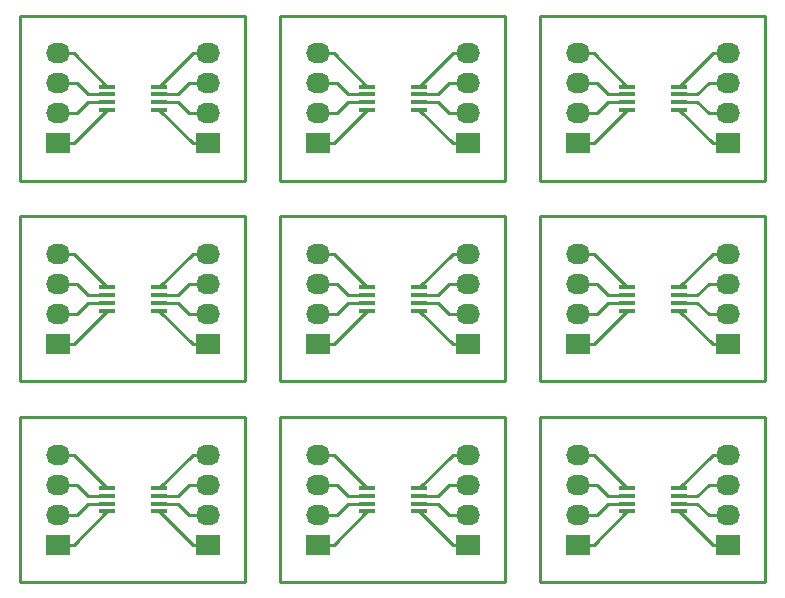
<source format=gbr>
G04 #@! TF.FileFunction,Copper,L2,Bot,Signal*
%FSLAX46Y46*%
G04 Gerber Fmt 4.6, Leading zero omitted, Abs format (unit mm)*
G04 Created by KiCad (PCBNEW (2015-06-03 BZR 5697)-product) date 2015 June 05, Friday 23:17:40*
%MOMM*%
G01*
G04 APERTURE LIST*
%ADD10C,0.100000*%
%ADD11R,1.450000X0.450000*%
%ADD12R,2.032000X1.727200*%
%ADD13O,2.032000X1.727200*%
%ADD14C,0.250000*%
G04 APERTURE END LIST*
D10*
D11*
X190453500Y-140385000D03*
X190453500Y-139735000D03*
X190453500Y-139085000D03*
X190453500Y-138435000D03*
X194853500Y-138435000D03*
X194853500Y-139085000D03*
X194853500Y-139735000D03*
X194853500Y-140385000D03*
X168453500Y-140385000D03*
X168453500Y-139735000D03*
X168453500Y-139085000D03*
X168453500Y-138435000D03*
X172853500Y-138435000D03*
X172853500Y-139085000D03*
X172853500Y-139735000D03*
X172853500Y-140385000D03*
X146453500Y-140385000D03*
X146453500Y-139735000D03*
X146453500Y-139085000D03*
X146453500Y-138435000D03*
X150853500Y-138435000D03*
X150853500Y-139085000D03*
X150853500Y-139735000D03*
X150853500Y-140385000D03*
X190453500Y-123385000D03*
X190453500Y-122735000D03*
X190453500Y-122085000D03*
X190453500Y-121435000D03*
X194853500Y-121435000D03*
X194853500Y-122085000D03*
X194853500Y-122735000D03*
X194853500Y-123385000D03*
X168453500Y-123385000D03*
X168453500Y-122735000D03*
X168453500Y-122085000D03*
X168453500Y-121435000D03*
X172853500Y-121435000D03*
X172853500Y-122085000D03*
X172853500Y-122735000D03*
X172853500Y-123385000D03*
X146453500Y-123385000D03*
X146453500Y-122735000D03*
X146453500Y-122085000D03*
X146453500Y-121435000D03*
X150853500Y-121435000D03*
X150853500Y-122085000D03*
X150853500Y-122735000D03*
X150853500Y-123385000D03*
X190453500Y-106385000D03*
X190453500Y-105735000D03*
X190453500Y-105085000D03*
X190453500Y-104435000D03*
X194853500Y-104435000D03*
X194853500Y-105085000D03*
X194853500Y-105735000D03*
X194853500Y-106385000D03*
X168453500Y-106385000D03*
X168453500Y-105735000D03*
X168453500Y-105085000D03*
X168453500Y-104435000D03*
X172853500Y-104435000D03*
X172853500Y-105085000D03*
X172853500Y-105735000D03*
X172853500Y-106385000D03*
D12*
X186303500Y-143220000D03*
D13*
X186303500Y-140680000D03*
X186303500Y-138140000D03*
X186303500Y-135600000D03*
D12*
X164303500Y-143220000D03*
D13*
X164303500Y-140680000D03*
X164303500Y-138140000D03*
X164303500Y-135600000D03*
D12*
X142303500Y-143220000D03*
D13*
X142303500Y-140680000D03*
X142303500Y-138140000D03*
X142303500Y-135600000D03*
D12*
X186303500Y-126220000D03*
D13*
X186303500Y-123680000D03*
X186303500Y-121140000D03*
X186303500Y-118600000D03*
D12*
X164303500Y-126220000D03*
D13*
X164303500Y-123680000D03*
X164303500Y-121140000D03*
X164303500Y-118600000D03*
D12*
X142303500Y-126220000D03*
D13*
X142303500Y-123680000D03*
X142303500Y-121140000D03*
X142303500Y-118600000D03*
D12*
X186303500Y-109220000D03*
D13*
X186303500Y-106680000D03*
X186303500Y-104140000D03*
X186303500Y-101600000D03*
D12*
X164303500Y-109220000D03*
D13*
X164303500Y-106680000D03*
X164303500Y-104140000D03*
X164303500Y-101600000D03*
D12*
X199003500Y-143220000D03*
D13*
X199003500Y-140680000D03*
X199003500Y-138140000D03*
X199003500Y-135600000D03*
D12*
X177003500Y-143220000D03*
D13*
X177003500Y-140680000D03*
X177003500Y-138140000D03*
X177003500Y-135600000D03*
D12*
X155003500Y-143220000D03*
D13*
X155003500Y-140680000D03*
X155003500Y-138140000D03*
X155003500Y-135600000D03*
D12*
X199003500Y-126220000D03*
D13*
X199003500Y-123680000D03*
X199003500Y-121140000D03*
X199003500Y-118600000D03*
D12*
X177003500Y-126220000D03*
D13*
X177003500Y-123680000D03*
X177003500Y-121140000D03*
X177003500Y-118600000D03*
D12*
X155003500Y-126220000D03*
D13*
X155003500Y-123680000D03*
X155003500Y-121140000D03*
X155003500Y-118600000D03*
D12*
X199003500Y-109220000D03*
D13*
X199003500Y-106680000D03*
X199003500Y-104140000D03*
X199003500Y-101600000D03*
D12*
X177003500Y-109220000D03*
D13*
X177003500Y-106680000D03*
X177003500Y-104140000D03*
X177003500Y-101600000D03*
D11*
X146453500Y-106385000D03*
X146453500Y-105735000D03*
X146453500Y-105085000D03*
X146453500Y-104435000D03*
X150853500Y-104435000D03*
X150853500Y-105085000D03*
X150853500Y-105735000D03*
X150853500Y-106385000D03*
D12*
X142303500Y-109220000D03*
D13*
X142303500Y-106680000D03*
X142303500Y-104140000D03*
X142303500Y-101600000D03*
D12*
X155003500Y-109220000D03*
D13*
X155003500Y-106680000D03*
X155003500Y-104140000D03*
X155003500Y-101600000D03*
D14*
X183065000Y-132425000D02*
X187510000Y-132425000D01*
X161065000Y-132425000D02*
X165510000Y-132425000D01*
X139065000Y-132425000D02*
X143510000Y-132425000D01*
X183065000Y-115425000D02*
X187510000Y-115425000D01*
X161065000Y-115425000D02*
X165510000Y-115425000D01*
X139065000Y-115425000D02*
X143510000Y-115425000D01*
X183065000Y-98425000D02*
X187510000Y-98425000D01*
X161065000Y-98425000D02*
X165510000Y-98425000D01*
X202115000Y-138775000D02*
X202115000Y-142573102D01*
X180115000Y-138775000D02*
X180115000Y-142573102D01*
X158115000Y-138775000D02*
X158115000Y-142573102D01*
X202115000Y-121775000D02*
X202115000Y-125573102D01*
X180115000Y-121775000D02*
X180115000Y-125573102D01*
X158115000Y-121775000D02*
X158115000Y-125573102D01*
X202115000Y-104775000D02*
X202115000Y-108573102D01*
X180115000Y-104775000D02*
X180115000Y-108573102D01*
X202115000Y-132425000D02*
X202115000Y-138775000D01*
X180115000Y-132425000D02*
X180115000Y-138775000D01*
X158115000Y-132425000D02*
X158115000Y-138775000D01*
X202115000Y-115425000D02*
X202115000Y-121775000D01*
X180115000Y-115425000D02*
X180115000Y-121775000D01*
X158115000Y-115425000D02*
X158115000Y-121775000D01*
X202115000Y-98425000D02*
X202115000Y-104775000D01*
X180115000Y-98425000D02*
X180115000Y-104775000D01*
X202115000Y-146395000D02*
X183065000Y-146395000D01*
X180115000Y-146395000D02*
X161065000Y-146395000D01*
X158115000Y-146395000D02*
X139065000Y-146395000D01*
X202115000Y-129395000D02*
X183065000Y-129395000D01*
X180115000Y-129395000D02*
X161065000Y-129395000D01*
X158115000Y-129395000D02*
X139065000Y-129395000D01*
X202115000Y-112395000D02*
X183065000Y-112395000D01*
X180115000Y-112395000D02*
X161065000Y-112395000D01*
X183065000Y-146395000D02*
X183065000Y-132425000D01*
X161065000Y-146395000D02*
X161065000Y-132425000D01*
X139065000Y-146395000D02*
X139065000Y-132425000D01*
X183065000Y-129395000D02*
X183065000Y-115425000D01*
X161065000Y-129395000D02*
X161065000Y-115425000D01*
X139065000Y-129395000D02*
X139065000Y-115425000D01*
X183065000Y-112395000D02*
X183065000Y-98425000D01*
X161065000Y-112395000D02*
X161065000Y-98425000D01*
X202115000Y-142573102D02*
X202115000Y-146395000D01*
X180115000Y-142573102D02*
X180115000Y-146395000D01*
X158115000Y-142573102D02*
X158115000Y-146395000D01*
X202115000Y-125573102D02*
X202115000Y-129395000D01*
X180115000Y-125573102D02*
X180115000Y-129395000D01*
X158115000Y-125573102D02*
X158115000Y-129395000D01*
X202115000Y-108573102D02*
X202115000Y-112395000D01*
X180115000Y-108573102D02*
X180115000Y-112395000D01*
X183065000Y-132425000D02*
X202115000Y-132425000D01*
X161065000Y-132425000D02*
X180115000Y-132425000D01*
X139065000Y-132425000D02*
X158115000Y-132425000D01*
X183065000Y-115425000D02*
X202115000Y-115425000D01*
X161065000Y-115425000D02*
X180115000Y-115425000D01*
X139065000Y-115425000D02*
X158115000Y-115425000D01*
X183065000Y-98425000D02*
X202115000Y-98425000D01*
X161065000Y-98425000D02*
X180115000Y-98425000D01*
X187510000Y-132425000D02*
X192590000Y-132425000D01*
X165510000Y-132425000D02*
X170590000Y-132425000D01*
X143510000Y-132425000D02*
X148590000Y-132425000D01*
X187510000Y-115425000D02*
X192590000Y-115425000D01*
X165510000Y-115425000D02*
X170590000Y-115425000D01*
X143510000Y-115425000D02*
X148590000Y-115425000D01*
X187510000Y-98425000D02*
X192590000Y-98425000D01*
X165510000Y-98425000D02*
X170590000Y-98425000D01*
X143510000Y-98425000D02*
X148590000Y-98425000D01*
X139065000Y-98425000D02*
X143510000Y-98425000D01*
X139065000Y-112395000D02*
X139065000Y-98425000D01*
X158115000Y-112395000D02*
X139065000Y-112395000D01*
X158115000Y-108573102D02*
X158115000Y-112395000D01*
X158115000Y-104775000D02*
X158115000Y-108573102D01*
X158115000Y-98425000D02*
X158115000Y-104775000D01*
X139065000Y-98425000D02*
X158115000Y-98425000D01*
X186303500Y-143220000D02*
X187618500Y-143220000D01*
X164303500Y-143220000D02*
X165618500Y-143220000D01*
X142303500Y-143220000D02*
X143618500Y-143220000D01*
X186303500Y-126220000D02*
X187618500Y-126220000D01*
X164303500Y-126220000D02*
X165618500Y-126220000D01*
X142303500Y-126220000D02*
X143618500Y-126220000D01*
X186303500Y-109220000D02*
X187618500Y-109220000D01*
X164303500Y-109220000D02*
X165618500Y-109220000D01*
X187618500Y-143220000D02*
X190453500Y-140385000D01*
X165618500Y-143220000D02*
X168453500Y-140385000D01*
X143618500Y-143220000D02*
X146453500Y-140385000D01*
X187618500Y-126220000D02*
X190453500Y-123385000D01*
X165618500Y-126220000D02*
X168453500Y-123385000D01*
X143618500Y-126220000D02*
X146453500Y-123385000D01*
X187618500Y-109220000D02*
X190453500Y-106385000D01*
X165618500Y-109220000D02*
X168453500Y-106385000D01*
X142303500Y-109220000D02*
X143618500Y-109220000D01*
X143618500Y-109220000D02*
X146453500Y-106385000D01*
X186303500Y-140680000D02*
X187891000Y-140680000D01*
X164303500Y-140680000D02*
X165891000Y-140680000D01*
X142303500Y-140680000D02*
X143891000Y-140680000D01*
X186303500Y-123680000D02*
X187891000Y-123680000D01*
X164303500Y-123680000D02*
X165891000Y-123680000D01*
X142303500Y-123680000D02*
X143891000Y-123680000D01*
X186303500Y-106680000D02*
X187891000Y-106680000D01*
X164303500Y-106680000D02*
X165891000Y-106680000D01*
X188836000Y-139735000D02*
X190453500Y-139735000D01*
X166836000Y-139735000D02*
X168453500Y-139735000D01*
X144836000Y-139735000D02*
X146453500Y-139735000D01*
X188836000Y-122735000D02*
X190453500Y-122735000D01*
X166836000Y-122735000D02*
X168453500Y-122735000D01*
X144836000Y-122735000D02*
X146453500Y-122735000D01*
X188836000Y-105735000D02*
X190453500Y-105735000D01*
X166836000Y-105735000D02*
X168453500Y-105735000D01*
X187891000Y-140680000D02*
X188836000Y-139735000D01*
X165891000Y-140680000D02*
X166836000Y-139735000D01*
X143891000Y-140680000D02*
X144836000Y-139735000D01*
X187891000Y-123680000D02*
X188836000Y-122735000D01*
X165891000Y-123680000D02*
X166836000Y-122735000D01*
X143891000Y-123680000D02*
X144836000Y-122735000D01*
X187891000Y-106680000D02*
X188836000Y-105735000D01*
X165891000Y-106680000D02*
X166836000Y-105735000D01*
X142303500Y-106680000D02*
X143891000Y-106680000D01*
X144836000Y-105735000D02*
X146453500Y-105735000D01*
X143891000Y-106680000D02*
X144836000Y-105735000D01*
X186303500Y-138140000D02*
X187891000Y-138140000D01*
X164303500Y-138140000D02*
X165891000Y-138140000D01*
X142303500Y-138140000D02*
X143891000Y-138140000D01*
X186303500Y-121140000D02*
X187891000Y-121140000D01*
X164303500Y-121140000D02*
X165891000Y-121140000D01*
X142303500Y-121140000D02*
X143891000Y-121140000D01*
X186303500Y-104140000D02*
X187891000Y-104140000D01*
X164303500Y-104140000D02*
X165891000Y-104140000D01*
X187891000Y-138140000D02*
X188836000Y-139085000D01*
X165891000Y-138140000D02*
X166836000Y-139085000D01*
X143891000Y-138140000D02*
X144836000Y-139085000D01*
X187891000Y-121140000D02*
X188836000Y-122085000D01*
X165891000Y-121140000D02*
X166836000Y-122085000D01*
X143891000Y-121140000D02*
X144836000Y-122085000D01*
X187891000Y-104140000D02*
X188836000Y-105085000D01*
X165891000Y-104140000D02*
X166836000Y-105085000D01*
X188836000Y-139085000D02*
X190453500Y-139085000D01*
X166836000Y-139085000D02*
X168453500Y-139085000D01*
X144836000Y-139085000D02*
X146453500Y-139085000D01*
X188836000Y-122085000D02*
X190453500Y-122085000D01*
X166836000Y-122085000D02*
X168453500Y-122085000D01*
X144836000Y-122085000D02*
X146453500Y-122085000D01*
X188836000Y-105085000D02*
X190453500Y-105085000D01*
X166836000Y-105085000D02*
X168453500Y-105085000D01*
X142303500Y-104140000D02*
X143891000Y-104140000D01*
X144836000Y-105085000D02*
X146453500Y-105085000D01*
X143891000Y-104140000D02*
X144836000Y-105085000D01*
X187618500Y-135600000D02*
X190453500Y-138435000D01*
X165618500Y-135600000D02*
X168453500Y-138435000D01*
X143618500Y-135600000D02*
X146453500Y-138435000D01*
X187618500Y-118600000D02*
X190453500Y-121435000D01*
X165618500Y-118600000D02*
X168453500Y-121435000D01*
X143618500Y-118600000D02*
X146453500Y-121435000D01*
X187618500Y-101600000D02*
X190453500Y-104435000D01*
X165618500Y-101600000D02*
X168453500Y-104435000D01*
X186303500Y-135600000D02*
X187618500Y-135600000D01*
X164303500Y-135600000D02*
X165618500Y-135600000D01*
X142303500Y-135600000D02*
X143618500Y-135600000D01*
X186303500Y-118600000D02*
X187618500Y-118600000D01*
X164303500Y-118600000D02*
X165618500Y-118600000D01*
X142303500Y-118600000D02*
X143618500Y-118600000D01*
X186303500Y-101600000D02*
X187618500Y-101600000D01*
X164303500Y-101600000D02*
X165618500Y-101600000D01*
X142303500Y-101600000D02*
X143618500Y-101600000D01*
X143618500Y-101600000D02*
X146453500Y-104435000D01*
X199003500Y-135600000D02*
X197688500Y-135600000D01*
X177003500Y-135600000D02*
X175688500Y-135600000D01*
X155003500Y-135600000D02*
X153688500Y-135600000D01*
X199003500Y-118600000D02*
X197688500Y-118600000D01*
X177003500Y-118600000D02*
X175688500Y-118600000D01*
X155003500Y-118600000D02*
X153688500Y-118600000D01*
X199003500Y-101600000D02*
X197688500Y-101600000D01*
X177003500Y-101600000D02*
X175688500Y-101600000D01*
X197688500Y-135600000D02*
X194853500Y-138435000D01*
X175688500Y-135600000D02*
X172853500Y-138435000D01*
X153688500Y-135600000D02*
X150853500Y-138435000D01*
X197688500Y-118600000D02*
X194853500Y-121435000D01*
X175688500Y-118600000D02*
X172853500Y-121435000D01*
X153688500Y-118600000D02*
X150853500Y-121435000D01*
X197688500Y-101600000D02*
X194853500Y-104435000D01*
X175688500Y-101600000D02*
X172853500Y-104435000D01*
X155003500Y-101600000D02*
X153688500Y-101600000D01*
X153688500Y-101600000D02*
X150853500Y-104435000D01*
X199003500Y-138140000D02*
X197352500Y-138140000D01*
X177003500Y-138140000D02*
X175352500Y-138140000D01*
X155003500Y-138140000D02*
X153352500Y-138140000D01*
X199003500Y-121140000D02*
X197352500Y-121140000D01*
X177003500Y-121140000D02*
X175352500Y-121140000D01*
X155003500Y-121140000D02*
X153352500Y-121140000D01*
X199003500Y-104140000D02*
X197352500Y-104140000D01*
X177003500Y-104140000D02*
X175352500Y-104140000D01*
X197352500Y-138140000D02*
X196407500Y-139085000D01*
X175352500Y-138140000D02*
X174407500Y-139085000D01*
X153352500Y-138140000D02*
X152407500Y-139085000D01*
X197352500Y-121140000D02*
X196407500Y-122085000D01*
X175352500Y-121140000D02*
X174407500Y-122085000D01*
X153352500Y-121140000D02*
X152407500Y-122085000D01*
X197352500Y-104140000D02*
X196407500Y-105085000D01*
X175352500Y-104140000D02*
X174407500Y-105085000D01*
X196407500Y-139085000D02*
X194853500Y-139085000D01*
X174407500Y-139085000D02*
X172853500Y-139085000D01*
X152407500Y-139085000D02*
X150853500Y-139085000D01*
X196407500Y-122085000D02*
X194853500Y-122085000D01*
X174407500Y-122085000D02*
X172853500Y-122085000D01*
X152407500Y-122085000D02*
X150853500Y-122085000D01*
X196407500Y-105085000D02*
X194853500Y-105085000D01*
X174407500Y-105085000D02*
X172853500Y-105085000D01*
X155003500Y-104140000D02*
X153352500Y-104140000D01*
X152407500Y-105085000D02*
X150853500Y-105085000D01*
X153352500Y-104140000D02*
X152407500Y-105085000D01*
X197352500Y-140680000D02*
X196407500Y-139735000D01*
X175352500Y-140680000D02*
X174407500Y-139735000D01*
X153352500Y-140680000D02*
X152407500Y-139735000D01*
X197352500Y-123680000D02*
X196407500Y-122735000D01*
X175352500Y-123680000D02*
X174407500Y-122735000D01*
X153352500Y-123680000D02*
X152407500Y-122735000D01*
X197352500Y-106680000D02*
X196407500Y-105735000D01*
X175352500Y-106680000D02*
X174407500Y-105735000D01*
X196407500Y-139735000D02*
X194853500Y-139735000D01*
X174407500Y-139735000D02*
X172853500Y-139735000D01*
X152407500Y-139735000D02*
X150853500Y-139735000D01*
X196407500Y-122735000D02*
X194853500Y-122735000D01*
X174407500Y-122735000D02*
X172853500Y-122735000D01*
X152407500Y-122735000D02*
X150853500Y-122735000D01*
X196407500Y-105735000D02*
X194853500Y-105735000D01*
X174407500Y-105735000D02*
X172853500Y-105735000D01*
X199003500Y-140680000D02*
X197352500Y-140680000D01*
X177003500Y-140680000D02*
X175352500Y-140680000D01*
X155003500Y-140680000D02*
X153352500Y-140680000D01*
X199003500Y-123680000D02*
X197352500Y-123680000D01*
X177003500Y-123680000D02*
X175352500Y-123680000D01*
X155003500Y-123680000D02*
X153352500Y-123680000D01*
X199003500Y-106680000D02*
X197352500Y-106680000D01*
X177003500Y-106680000D02*
X175352500Y-106680000D01*
X155003500Y-106680000D02*
X153352500Y-106680000D01*
X152407500Y-105735000D02*
X150853500Y-105735000D01*
X153352500Y-106680000D02*
X152407500Y-105735000D01*
X199003500Y-143220000D02*
X197688500Y-143220000D01*
X177003500Y-143220000D02*
X175688500Y-143220000D01*
X155003500Y-143220000D02*
X153688500Y-143220000D01*
X199003500Y-126220000D02*
X197688500Y-126220000D01*
X177003500Y-126220000D02*
X175688500Y-126220000D01*
X155003500Y-126220000D02*
X153688500Y-126220000D01*
X199003500Y-109220000D02*
X197688500Y-109220000D01*
X177003500Y-109220000D02*
X175688500Y-109220000D01*
X197688500Y-143220000D02*
X194853500Y-140385000D01*
X175688500Y-143220000D02*
X172853500Y-140385000D01*
X153688500Y-143220000D02*
X150853500Y-140385000D01*
X197688500Y-126220000D02*
X194853500Y-123385000D01*
X175688500Y-126220000D02*
X172853500Y-123385000D01*
X153688500Y-126220000D02*
X150853500Y-123385000D01*
X197688500Y-109220000D02*
X194853500Y-106385000D01*
X175688500Y-109220000D02*
X172853500Y-106385000D01*
X155003500Y-109220000D02*
X153688500Y-109220000D01*
X153688500Y-109220000D02*
X150853500Y-106385000D01*
M02*

</source>
